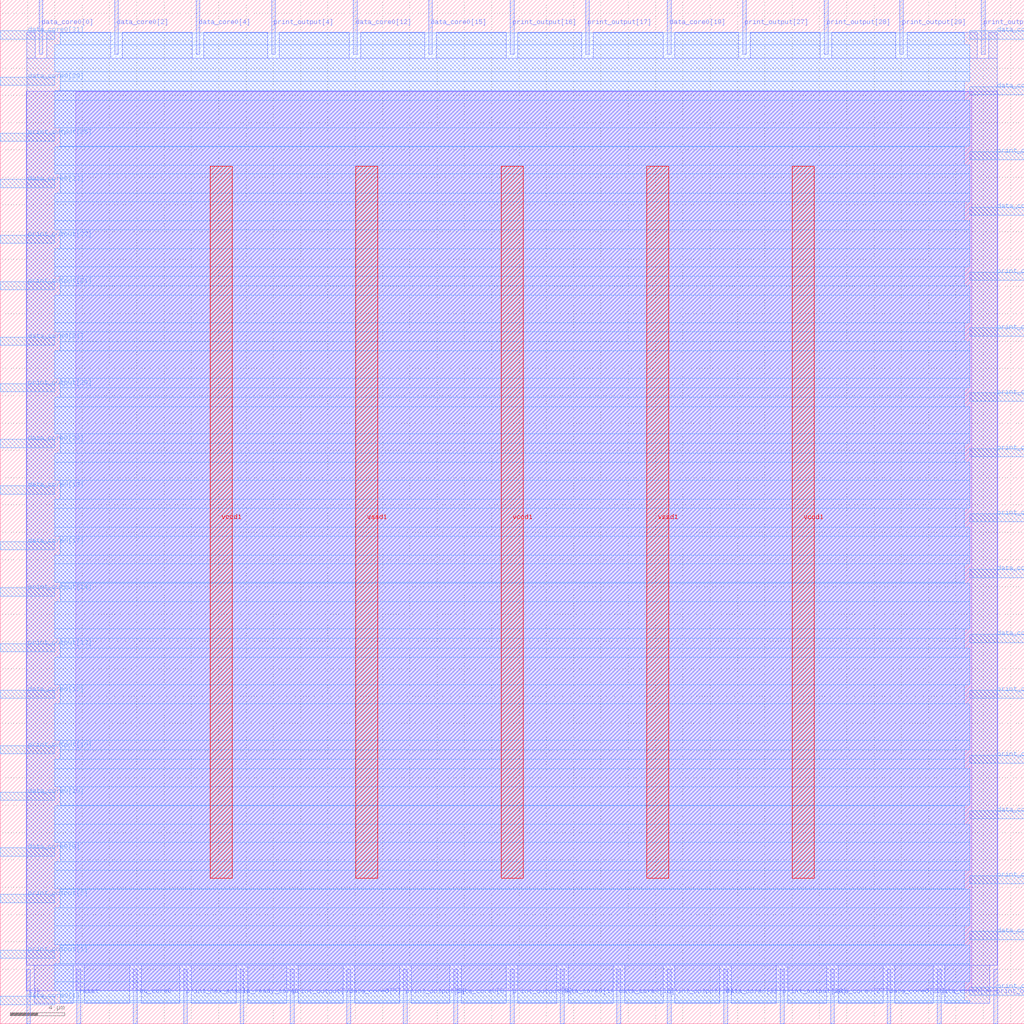
<source format=lef>
VERSION 5.7 ;
  NOWIREEXTENSIONATPIN ON ;
  DIVIDERCHAR "/" ;
  BUSBITCHARS "[]" ;
MACRO io_output_arbiter
  CLASS BLOCK ;
  FOREIGN io_output_arbiter ;
  ORIGIN 0.000 0.000 ;
  SIZE 75.000 BY 75.000 ;
  PIN clk
    DIRECTION INPUT ;
    USE SIGNAL ;
    PORT
      LAYER met2 ;
        RECT 1.930 0.000 2.210 4.000 ;
    END
  END clk
  PIN data_core0[0]
    DIRECTION INPUT ;
    USE SIGNAL ;
    PORT
      LAYER met2 ;
        RECT 2.850 71.000 3.130 75.000 ;
    END
  END data_core0[0]
  PIN data_core0[10]
    DIRECTION INPUT ;
    USE SIGNAL ;
    PORT
      LAYER met3 ;
        RECT 0.000 16.360 4.000 16.960 ;
    END
  END data_core0[10]
  PIN data_core0[11]
    DIRECTION INPUT ;
    USE SIGNAL ;
    PORT
      LAYER met3 ;
        RECT 71.000 32.680 75.000 33.280 ;
    END
  END data_core0[11]
  PIN data_core0[12]
    DIRECTION INPUT ;
    USE SIGNAL ;
    PORT
      LAYER met2 ;
        RECT 25.850 71.000 26.130 75.000 ;
    END
  END data_core0[12]
  PIN data_core0[13]
    DIRECTION INPUT ;
    USE SIGNAL ;
    PORT
      LAYER met3 ;
        RECT 0.000 23.840 4.000 24.440 ;
    END
  END data_core0[13]
  PIN data_core0[14]
    DIRECTION INPUT ;
    USE SIGNAL ;
    PORT
      LAYER met2 ;
        RECT 41.030 0.000 41.310 4.000 ;
    END
  END data_core0[14]
  PIN data_core0[15]
    DIRECTION INPUT ;
    USE SIGNAL ;
    PORT
      LAYER met2 ;
        RECT 31.370 71.000 31.650 75.000 ;
    END
  END data_core0[15]
  PIN data_core0[16]
    DIRECTION INPUT ;
    USE SIGNAL ;
    PORT
      LAYER met2 ;
        RECT 45.170 0.000 45.450 4.000 ;
    END
  END data_core0[16]
  PIN data_core0[17]
    DIRECTION INPUT ;
    USE SIGNAL ;
    PORT
      LAYER met3 ;
        RECT 0.000 34.720 4.000 35.320 ;
    END
  END data_core0[17]
  PIN data_core0[18]
    DIRECTION INPUT ;
    USE SIGNAL ;
    PORT
      LAYER met3 ;
        RECT 0.000 38.800 4.000 39.400 ;
    END
  END data_core0[18]
  PIN data_core0[19]
    DIRECTION INPUT ;
    USE SIGNAL ;
    PORT
      LAYER met2 ;
        RECT 48.850 71.000 49.130 75.000 ;
    END
  END data_core0[19]
  PIN data_core0[1]
    DIRECTION INPUT ;
    USE SIGNAL ;
    PORT
      LAYER met3 ;
        RECT 0.000 1.400 4.000 2.000 ;
    END
  END data_core0[1]
  PIN data_core0[20]
    DIRECTION INPUT ;
    USE SIGNAL ;
    PORT
      LAYER met3 ;
        RECT 0.000 42.200 4.000 42.800 ;
    END
  END data_core0[20]
  PIN data_core0[21]
    DIRECTION INPUT ;
    USE SIGNAL ;
    PORT
      LAYER met3 ;
        RECT 0.000 49.680 4.000 50.280 ;
    END
  END data_core0[21]
  PIN data_core0[22]
    DIRECTION INPUT ;
    USE SIGNAL ;
    PORT
      LAYER met2 ;
        RECT 52.990 0.000 53.270 4.000 ;
    END
  END data_core0[22]
  PIN data_core0[23]
    DIRECTION INPUT ;
    USE SIGNAL ;
    PORT
      LAYER met3 ;
        RECT 0.000 61.240 4.000 61.840 ;
    END
  END data_core0[23]
  PIN data_core0[24]
    DIRECTION INPUT ;
    USE SIGNAL ;
    PORT
      LAYER met3 ;
        RECT 71.000 59.200 75.000 59.800 ;
    END
  END data_core0[24]
  PIN data_core0[25]
    DIRECTION INPUT ;
    USE SIGNAL ;
    PORT
      LAYER met3 ;
        RECT 71.000 68.040 75.000 68.640 ;
    END
  END data_core0[25]
  PIN data_core0[26]
    DIRECTION INPUT ;
    USE SIGNAL ;
    PORT
      LAYER met3 ;
        RECT 71.000 72.120 75.000 72.720 ;
    END
  END data_core0[26]
  PIN data_core0[27]
    DIRECTION INPUT ;
    USE SIGNAL ;
    PORT
      LAYER met2 ;
        RECT 60.810 0.000 61.090 4.000 ;
    END
  END data_core0[27]
  PIN data_core0[28]
    DIRECTION INPUT ;
    USE SIGNAL ;
    PORT
      LAYER met2 ;
        RECT 64.950 0.000 65.230 4.000 ;
    END
  END data_core0[28]
  PIN data_core0[29]
    DIRECTION INPUT ;
    USE SIGNAL ;
    PORT
      LAYER met3 ;
        RECT 0.000 68.720 4.000 69.320 ;
    END
  END data_core0[29]
  PIN data_core0[2]
    DIRECTION INPUT ;
    USE SIGNAL ;
    PORT
      LAYER met2 ;
        RECT 8.370 71.000 8.650 75.000 ;
    END
  END data_core0[2]
  PIN data_core0[30]
    DIRECTION INPUT ;
    USE SIGNAL ;
    PORT
      LAYER met2 ;
        RECT 68.630 0.000 68.910 4.000 ;
    END
  END data_core0[30]
  PIN data_core0[31]
    DIRECTION INPUT ;
    USE SIGNAL ;
    PORT
      LAYER met3 ;
        RECT 0.000 72.120 4.000 72.720 ;
    END
  END data_core0[31]
  PIN data_core0[3]
    DIRECTION INPUT ;
    USE SIGNAL ;
    PORT
      LAYER met3 ;
        RECT 71.000 6.160 75.000 6.760 ;
    END
  END data_core0[3]
  PIN data_core0[4]
    DIRECTION INPUT ;
    USE SIGNAL ;
    PORT
      LAYER met2 ;
        RECT 14.350 71.000 14.630 75.000 ;
    END
  END data_core0[4]
  PIN data_core0[5]
    DIRECTION INPUT ;
    USE SIGNAL ;
    PORT
      LAYER met2 ;
        RECT 25.390 0.000 25.670 4.000 ;
    END
  END data_core0[5]
  PIN data_core0[6]
    DIRECTION INPUT ;
    USE SIGNAL ;
    PORT
      LAYER met2 ;
        RECT 33.210 0.000 33.490 4.000 ;
    END
  END data_core0[6]
  PIN data_core0[7]
    DIRECTION INPUT ;
    USE SIGNAL ;
    PORT
      LAYER met3 ;
        RECT 71.000 15.000 75.000 15.600 ;
    END
  END data_core0[7]
  PIN data_core0[8]
    DIRECTION INPUT ;
    USE SIGNAL ;
    PORT
      LAYER met3 ;
        RECT 0.000 12.280 4.000 12.880 ;
    END
  END data_core0[8]
  PIN data_core0[9]
    DIRECTION INPUT ;
    USE SIGNAL ;
    PORT
      LAYER met3 ;
        RECT 71.000 27.920 75.000 28.520 ;
    END
  END data_core0[9]
  PIN is_ready_core0
    DIRECTION OUTPUT TRISTATE ;
    USE SIGNAL ;
    PORT
      LAYER met2 ;
        RECT 17.570 0.000 17.850 4.000 ;
    END
  END is_ready_core0
  PIN print_hex_enable
    DIRECTION OUTPUT TRISTATE ;
    USE SIGNAL ;
    PORT
      LAYER met2 ;
        RECT 13.430 0.000 13.710 4.000 ;
    END
  END print_hex_enable
  PIN print_output[0]
    DIRECTION OUTPUT TRISTATE ;
    USE SIGNAL ;
    PORT
      LAYER met2 ;
        RECT 21.250 0.000 21.530 4.000 ;
    END
  END print_output[0]
  PIN print_output[10]
    DIRECTION OUTPUT TRISTATE ;
    USE SIGNAL ;
    PORT
      LAYER met3 ;
        RECT 0.000 19.760 4.000 20.360 ;
    END
  END print_output[10]
  PIN print_output[11]
    DIRECTION OUTPUT TRISTATE ;
    USE SIGNAL ;
    PORT
      LAYER met3 ;
        RECT 71.000 36.760 75.000 37.360 ;
    END
  END print_output[11]
  PIN print_output[12]
    DIRECTION OUTPUT TRISTATE ;
    USE SIGNAL ;
    PORT
      LAYER met3 ;
        RECT 71.000 41.520 75.000 42.120 ;
    END
  END print_output[12]
  PIN print_output[13]
    DIRECTION OUTPUT TRISTATE ;
    USE SIGNAL ;
    PORT
      LAYER met3 ;
        RECT 0.000 27.240 4.000 27.840 ;
    END
  END print_output[13]
  PIN print_output[14]
    DIRECTION OUTPUT TRISTATE ;
    USE SIGNAL ;
    PORT
      LAYER met3 ;
        RECT 0.000 31.320 4.000 31.920 ;
    END
  END print_output[14]
  PIN print_output[15]
    DIRECTION OUTPUT TRISTATE ;
    USE SIGNAL ;
    PORT
      LAYER met3 ;
        RECT 71.000 45.600 75.000 46.200 ;
    END
  END print_output[15]
  PIN print_output[16]
    DIRECTION OUTPUT TRISTATE ;
    USE SIGNAL ;
    PORT
      LAYER met2 ;
        RECT 37.350 71.000 37.630 75.000 ;
    END
  END print_output[16]
  PIN print_output[17]
    DIRECTION OUTPUT TRISTATE ;
    USE SIGNAL ;
    PORT
      LAYER met2 ;
        RECT 42.870 71.000 43.150 75.000 ;
    END
  END print_output[17]
  PIN print_output[18]
    DIRECTION OUTPUT TRISTATE ;
    USE SIGNAL ;
    PORT
      LAYER met2 ;
        RECT 48.850 0.000 49.130 4.000 ;
    END
  END print_output[18]
  PIN print_output[19]
    DIRECTION OUTPUT TRISTATE ;
    USE SIGNAL ;
    PORT
      LAYER met3 ;
        RECT 71.000 50.360 75.000 50.960 ;
    END
  END print_output[19]
  PIN print_output[1]
    DIRECTION OUTPUT TRISTATE ;
    USE SIGNAL ;
    PORT
      LAYER met3 ;
        RECT 0.000 4.800 4.000 5.400 ;
    END
  END print_output[1]
  PIN print_output[20]
    DIRECTION OUTPUT TRISTATE ;
    USE SIGNAL ;
    PORT
      LAYER met3 ;
        RECT 0.000 46.280 4.000 46.880 ;
    END
  END print_output[20]
  PIN print_output[21]
    DIRECTION OUTPUT TRISTATE ;
    USE SIGNAL ;
    PORT
      LAYER met3 ;
        RECT 0.000 53.760 4.000 54.360 ;
    END
  END print_output[21]
  PIN print_output[22]
    DIRECTION OUTPUT TRISTATE ;
    USE SIGNAL ;
    PORT
      LAYER met3 ;
        RECT 0.000 57.160 4.000 57.760 ;
    END
  END print_output[22]
  PIN print_output[23]
    DIRECTION OUTPUT TRISTATE ;
    USE SIGNAL ;
    PORT
      LAYER met3 ;
        RECT 71.000 54.440 75.000 55.040 ;
    END
  END print_output[23]
  PIN print_output[24]
    DIRECTION OUTPUT TRISTATE ;
    USE SIGNAL ;
    PORT
      LAYER met3 ;
        RECT 71.000 63.280 75.000 63.880 ;
    END
  END print_output[24]
  PIN print_output[25]
    DIRECTION OUTPUT TRISTATE ;
    USE SIGNAL ;
    PORT
      LAYER met3 ;
        RECT 0.000 64.640 4.000 65.240 ;
    END
  END print_output[25]
  PIN print_output[26]
    DIRECTION OUTPUT TRISTATE ;
    USE SIGNAL ;
    PORT
      LAYER met2 ;
        RECT 57.130 0.000 57.410 4.000 ;
    END
  END print_output[26]
  PIN print_output[27]
    DIRECTION OUTPUT TRISTATE ;
    USE SIGNAL ;
    PORT
      LAYER met2 ;
        RECT 54.370 71.000 54.650 75.000 ;
    END
  END print_output[27]
  PIN print_output[28]
    DIRECTION OUTPUT TRISTATE ;
    USE SIGNAL ;
    PORT
      LAYER met2 ;
        RECT 60.350 71.000 60.630 75.000 ;
    END
  END print_output[28]
  PIN print_output[29]
    DIRECTION OUTPUT TRISTATE ;
    USE SIGNAL ;
    PORT
      LAYER met2 ;
        RECT 65.870 71.000 66.150 75.000 ;
    END
  END print_output[29]
  PIN print_output[2]
    DIRECTION OUTPUT TRISTATE ;
    USE SIGNAL ;
    PORT
      LAYER met3 ;
        RECT 71.000 2.080 75.000 2.680 ;
    END
  END print_output[2]
  PIN print_output[30]
    DIRECTION OUTPUT TRISTATE ;
    USE SIGNAL ;
    PORT
      LAYER met2 ;
        RECT 71.850 71.000 72.130 75.000 ;
    END
  END print_output[30]
  PIN print_output[31]
    DIRECTION OUTPUT TRISTATE ;
    USE SIGNAL ;
    PORT
      LAYER met2 ;
        RECT 72.770 0.000 73.050 4.000 ;
    END
  END print_output[31]
  PIN print_output[3]
    DIRECTION OUTPUT TRISTATE ;
    USE SIGNAL ;
    PORT
      LAYER met3 ;
        RECT 0.000 8.880 4.000 9.480 ;
    END
  END print_output[3]
  PIN print_output[4]
    DIRECTION OUTPUT TRISTATE ;
    USE SIGNAL ;
    PORT
      LAYER met2 ;
        RECT 19.870 71.000 20.150 75.000 ;
    END
  END print_output[4]
  PIN print_output[5]
    DIRECTION OUTPUT TRISTATE ;
    USE SIGNAL ;
    PORT
      LAYER met2 ;
        RECT 29.530 0.000 29.810 4.000 ;
    END
  END print_output[5]
  PIN print_output[6]
    DIRECTION OUTPUT TRISTATE ;
    USE SIGNAL ;
    PORT
      LAYER met3 ;
        RECT 71.000 10.240 75.000 10.840 ;
    END
  END print_output[6]
  PIN print_output[7]
    DIRECTION OUTPUT TRISTATE ;
    USE SIGNAL ;
    PORT
      LAYER met3 ;
        RECT 71.000 19.080 75.000 19.680 ;
    END
  END print_output[7]
  PIN print_output[8]
    DIRECTION OUTPUT TRISTATE ;
    USE SIGNAL ;
    PORT
      LAYER met3 ;
        RECT 71.000 23.840 75.000 24.440 ;
    END
  END print_output[8]
  PIN print_output[9]
    DIRECTION OUTPUT TRISTATE ;
    USE SIGNAL ;
    PORT
      LAYER met2 ;
        RECT 37.350 0.000 37.630 4.000 ;
    END
  END print_output[9]
  PIN req_core0
    DIRECTION INPUT ;
    USE SIGNAL ;
    PORT
      LAYER met2 ;
        RECT 9.750 0.000 10.030 4.000 ;
    END
  END req_core0
  PIN reset
    DIRECTION INPUT ;
    USE SIGNAL ;
    PORT
      LAYER met2 ;
        RECT 5.610 0.000 5.890 4.000 ;
    END
  END reset
  PIN vccd1
    DIRECTION INPUT ;
    USE POWER ;
    PORT
      LAYER met4 ;
        RECT 15.380 10.640 16.980 62.800 ;
    END
    PORT
      LAYER met4 ;
        RECT 36.700 10.640 38.300 62.800 ;
    END
    PORT
      LAYER met4 ;
        RECT 58.020 10.640 59.620 62.800 ;
    END
  END vccd1
  PIN vssd1
    DIRECTION INPUT ;
    USE GROUND ;
    PORT
      LAYER met4 ;
        RECT 26.040 10.640 27.640 62.800 ;
    END
    PORT
      LAYER met4 ;
        RECT 47.360 10.640 48.960 62.800 ;
    END
  END vssd1
  OBS
      LAYER li1 ;
        RECT 5.520 2.465 71.155 68.255 ;
      LAYER met1 ;
        RECT 1.910 2.420 73.070 68.300 ;
      LAYER met2 ;
        RECT 1.940 70.720 2.570 72.605 ;
        RECT 3.410 70.720 8.090 72.605 ;
        RECT 8.930 70.720 14.070 72.605 ;
        RECT 14.910 70.720 19.590 72.605 ;
        RECT 20.430 70.720 25.570 72.605 ;
        RECT 26.410 70.720 31.090 72.605 ;
        RECT 31.930 70.720 37.070 72.605 ;
        RECT 37.910 70.720 42.590 72.605 ;
        RECT 43.430 70.720 48.570 72.605 ;
        RECT 49.410 70.720 54.090 72.605 ;
        RECT 54.930 70.720 60.070 72.605 ;
        RECT 60.910 70.720 65.590 72.605 ;
        RECT 66.430 70.720 71.570 72.605 ;
        RECT 72.410 70.720 73.040 72.605 ;
        RECT 1.940 4.280 73.040 70.720 ;
        RECT 2.490 1.515 5.330 4.280 ;
        RECT 6.170 1.515 9.470 4.280 ;
        RECT 10.310 1.515 13.150 4.280 ;
        RECT 13.990 1.515 17.290 4.280 ;
        RECT 18.130 1.515 20.970 4.280 ;
        RECT 21.810 1.515 25.110 4.280 ;
        RECT 25.950 1.515 29.250 4.280 ;
        RECT 30.090 1.515 32.930 4.280 ;
        RECT 33.770 1.515 37.070 4.280 ;
        RECT 37.910 1.515 40.750 4.280 ;
        RECT 41.590 1.515 44.890 4.280 ;
        RECT 45.730 1.515 48.570 4.280 ;
        RECT 49.410 1.515 52.710 4.280 ;
        RECT 53.550 1.515 56.850 4.280 ;
        RECT 57.690 1.515 60.530 4.280 ;
        RECT 61.370 1.515 64.670 4.280 ;
        RECT 65.510 1.515 68.350 4.280 ;
        RECT 69.190 1.515 72.490 4.280 ;
      LAYER met3 ;
        RECT 4.400 71.720 70.600 72.585 ;
        RECT 4.000 69.720 71.000 71.720 ;
        RECT 4.400 69.040 71.000 69.720 ;
        RECT 4.400 68.320 70.600 69.040 ;
        RECT 4.000 67.640 70.600 68.320 ;
        RECT 4.000 65.640 71.000 67.640 ;
        RECT 4.400 64.280 71.000 65.640 ;
        RECT 4.400 64.240 70.600 64.280 ;
        RECT 4.000 62.880 70.600 64.240 ;
        RECT 4.000 62.240 71.000 62.880 ;
        RECT 4.400 60.840 71.000 62.240 ;
        RECT 4.000 60.200 71.000 60.840 ;
        RECT 4.000 58.800 70.600 60.200 ;
        RECT 4.000 58.160 71.000 58.800 ;
        RECT 4.400 56.760 71.000 58.160 ;
        RECT 4.000 55.440 71.000 56.760 ;
        RECT 4.000 54.760 70.600 55.440 ;
        RECT 4.400 54.040 70.600 54.760 ;
        RECT 4.400 53.360 71.000 54.040 ;
        RECT 4.000 51.360 71.000 53.360 ;
        RECT 4.000 50.680 70.600 51.360 ;
        RECT 4.400 49.960 70.600 50.680 ;
        RECT 4.400 49.280 71.000 49.960 ;
        RECT 4.000 47.280 71.000 49.280 ;
        RECT 4.400 46.600 71.000 47.280 ;
        RECT 4.400 45.880 70.600 46.600 ;
        RECT 4.000 45.200 70.600 45.880 ;
        RECT 4.000 43.200 71.000 45.200 ;
        RECT 4.400 42.520 71.000 43.200 ;
        RECT 4.400 41.800 70.600 42.520 ;
        RECT 4.000 41.120 70.600 41.800 ;
        RECT 4.000 39.800 71.000 41.120 ;
        RECT 4.400 38.400 71.000 39.800 ;
        RECT 4.000 37.760 71.000 38.400 ;
        RECT 4.000 36.360 70.600 37.760 ;
        RECT 4.000 35.720 71.000 36.360 ;
        RECT 4.400 34.320 71.000 35.720 ;
        RECT 4.000 33.680 71.000 34.320 ;
        RECT 4.000 32.320 70.600 33.680 ;
        RECT 4.400 32.280 70.600 32.320 ;
        RECT 4.400 30.920 71.000 32.280 ;
        RECT 4.000 28.920 71.000 30.920 ;
        RECT 4.000 28.240 70.600 28.920 ;
        RECT 4.400 27.520 70.600 28.240 ;
        RECT 4.400 26.840 71.000 27.520 ;
        RECT 4.000 24.840 71.000 26.840 ;
        RECT 4.400 23.440 70.600 24.840 ;
        RECT 4.000 20.760 71.000 23.440 ;
        RECT 4.400 20.080 71.000 20.760 ;
        RECT 4.400 19.360 70.600 20.080 ;
        RECT 4.000 18.680 70.600 19.360 ;
        RECT 4.000 17.360 71.000 18.680 ;
        RECT 4.400 16.000 71.000 17.360 ;
        RECT 4.400 15.960 70.600 16.000 ;
        RECT 4.000 14.600 70.600 15.960 ;
        RECT 4.000 13.280 71.000 14.600 ;
        RECT 4.400 11.880 71.000 13.280 ;
        RECT 4.000 11.240 71.000 11.880 ;
        RECT 4.000 9.880 70.600 11.240 ;
        RECT 4.400 9.840 70.600 9.880 ;
        RECT 4.400 8.480 71.000 9.840 ;
        RECT 4.000 7.160 71.000 8.480 ;
        RECT 4.000 5.800 70.600 7.160 ;
        RECT 4.400 5.760 70.600 5.800 ;
        RECT 4.400 4.400 71.000 5.760 ;
        RECT 4.000 3.080 71.000 4.400 ;
        RECT 4.000 2.400 70.600 3.080 ;
        RECT 4.400 1.680 70.600 2.400 ;
        RECT 4.400 1.535 71.000 1.680 ;
  END
END io_output_arbiter
END LIBRARY


</source>
